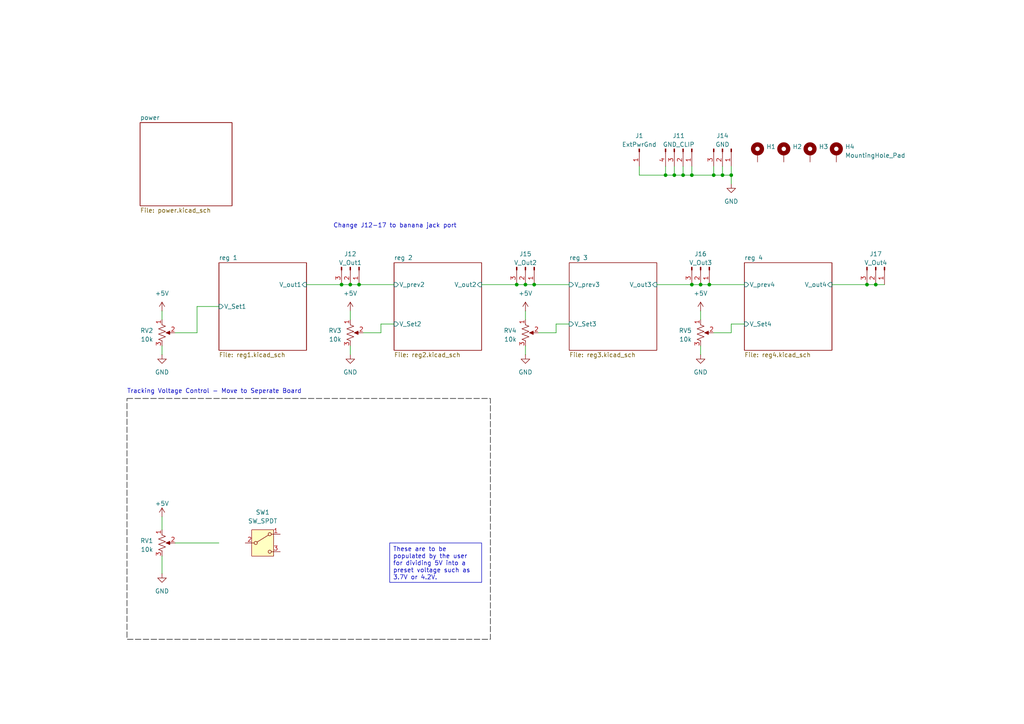
<source format=kicad_sch>
(kicad_sch (version 20231120) (generator "eeschema") (generator_version "8.0")
  (paper "A4")
  (title_block (company "Purdue ECET"))
  (lib_symbols
    (symbol "+5V_1" (power) (pin_numbers hide) (pin_names (offset 0) hide)
      (property "Value" "+5V" (at 0 3.556 0))
      (symbol "+5V_1_0_1"
        (polyline (pts (xy -0.762 1.27) (xy 0 2.54)))
        (polyline (pts (xy 0 0) (xy 0 2.54)))
        (polyline (pts (xy 0 2.54) (xy 0.762 1.27)))
      )
      (symbol "+5V_1_1_1"
        (pin power_in line (at 0 0 90) (length 0) (name "~") (number "1"))
      )
    )
    (symbol "Connector:Conn_01x01_Pin" (pin_names (offset 1.016) hide)
      (property "Reference" "J" (at 0 2.54 0))
      (property "Value" "Conn_01x01_Pin" (at 0 -2.54 0))
      (symbol "Conn_01x01_Pin_1_1"
        (polyline (pts (xy 1.27 0) (xy 0.8636 0)) (stroke (width 0.1524)))
        (rectangle (start 0.8636 0.127) (end 0 -0.127) (stroke (width 0.1524)) (fill (type outline)))
        (pin passive line (at 5.08 0 180) (length 3.81) (name "Pin_1") (number "1"))
      )
    )
    (symbol "Connector:Conn_01x03_Pin" (pin_names (offset 1.016) hide)
      (property "Reference" "J" (at 0 5.08 0))
      (property "Value" "Conn_01x03_Pin" (at 0 -5.08 0))
      (symbol "Conn_01x03_Pin_1_1"
        (polyline (pts (xy 1.27 -2.54) (xy 0.8636 -2.54)) (stroke (width 0.1524)))
        (polyline (pts (xy 1.27 0) (xy 0.8636 0)) (stroke (width 0.1524)))
        (polyline (pts (xy 1.27 2.54) (xy 0.8636 2.54)) (stroke (width 0.1524)))
        (rectangle (start 0.8636 -2.413) (end 0 -2.667) (stroke (width 0.1524)) (fill (type outline)))
        (rectangle (start 0.8636 0.127) (end 0 -0.127) (stroke (width 0.1524)) (fill (type outline)))
        (rectangle (start 0.8636 2.667) (end 0 2.413) (stroke (width 0.1524)) (fill (type outline)))
        (pin passive line (at 5.08 2.54 180) (length 3.81) (name "Pin_1") (number "1"))
        (pin passive line (at 5.08 0 180) (length 3.81) (name "Pin_2") (number "2"))
        (pin passive line (at 5.08 -2.54 180) (length 3.81) (name "Pin_3") (number "3"))
      )
    )
    (symbol "Connector:Conn_01x04_Pin" (pin_names (offset 1.016) hide)
      (property "Reference" "J" (at 0 5.08 0))
      (property "Value" "Conn_01x04_Pin" (at 0 -7.62 0))
      (symbol "Conn_01x04_Pin_1_1"
        (polyline (pts (xy 1.27 -5.08) (xy 0.8636 -5.08)) (stroke (width 0.1524)))
        (polyline (pts (xy 1.27 -2.54) (xy 0.8636 -2.54)) (stroke (width 0.1524)))
        (polyline (pts (xy 1.27 0) (xy 0.8636 0)) (stroke (width 0.1524)))
        (polyline (pts (xy 1.27 2.54) (xy 0.8636 2.54)) (stroke (width 0.1524)))
        (rectangle (start 0.8636 -4.953) (end 0 -5.207) (stroke (width 0.1524)) (fill (type outline)))
        (rectangle (start 0.8636 -2.413) (end 0 -2.667) (stroke (width 0.1524)) (fill (type outline)))
        (rectangle (start 0.8636 0.127) (end 0 -0.127) (stroke (width 0.1524)) (fill (type outline)))
        (rectangle (start 0.8636 2.667) (end 0 2.413) (stroke (width 0.1524)) (fill (type outline)))
        (pin passive line (at 5.08 2.54 180) (length 3.81) (name "Pin_1") (number "1"))
        (pin passive line (at 5.08 0 180) (length 3.81) (name "Pin_2") (number "2"))
        (pin passive line (at 5.08 -2.54 180) (length 3.81) (name "Pin_3") (number "3"))
        (pin passive line (at 5.08 -5.08 180) (length 3.81) (name "Pin_4") (number "4"))
      )
    )
    (symbol "Device:R_Potentiometer_US" (pin_names (offset 1.016) hide)
      (property "Reference" "RV" (at -4.445 0 90))
      (property "Value" "R_Potentiometer_US" (at -2.54 0 90))
      (symbol "R_Potentiometer_US_0_1"
        (polyline (pts (xy 0 -2.286) (xy 0 -2.54)))
        (polyline (pts (xy 0 2.54) (xy 0 2.286)))
        (polyline (pts (xy 2.54 0) (xy 1.524 0)))
        (polyline (pts (xy 1.143 0) (xy 2.286 0.508) (xy 2.286 -0.508) (xy 1.143 0)) (fill (type outline)))
        (polyline (pts (xy 0 -0.762) (xy 1.016 -1.143) (xy 0 -1.524) (xy -1.016 -1.905) (xy 0 -2.286)))
        (polyline (pts (xy 0 0.762) (xy 1.016 0.381) (xy 0 0) (xy -1.016 -0.381) (xy 0 -0.762)))
        (polyline (pts (xy 0 2.286) (xy 1.016 1.905) (xy 0 1.524) (xy -1.016 1.143) (xy 0 0.762)))
      )
      (symbol "R_Potentiometer_US_1_1"
        (pin passive line (at 0 3.81 270) (length 1.27) (name "1") (number "1"))
        (pin passive line (at 3.81 0 180) (length 1.27) (name "2") (number "2"))
        (pin passive line (at 0 -3.81 90) (length 1.27) (name "3") (number "3"))
      )
    )
    (symbol "GND_1" (power) (pin_numbers hide) (pin_names (offset 0) hide)
      (property "Value" "GND" (at 0 -3.81 0))
      (symbol "GND_1_0_1"
        (polyline (pts (xy 0 0) (xy 0 -1.27) (xy 1.27 -1.27) (xy 0 -2.54) (xy -1.27 -1.27) (xy 0 -1.27)))
      )
      (symbol "GND_1_1_1"
        (pin power_in line (at 0 0 270) (length 0) (name "~") (number "1"))
      )
    )
    (symbol "Mechanical:MountingHole_Pad" (pin_numbers hide) (pin_names (offset 1.016) hide)
      (property "Reference" "H" (at 0 6.35 0))
      (property "Value" "MountingHole_Pad" (at 0 4.445 0))
      (symbol "MountingHole_Pad_0_1"
        (circle (center 0 1.27) (radius 1.27) (stroke (width 1.27)))
      )
      (symbol "MountingHole_Pad_1_1"
        (pin input line (at 0 -2.54 90) (length 2.54) (name "1") (number "1"))
      )
    )
    (symbol "Switch:SW_SPDT" (pin_names (offset 0) hide)
      (property "Reference" "SW" (at 0 5.08 0))
      (property "Value" "SW_SPDT" (at 0 -5.08 0))
      (symbol "SW_SPDT_0_1"
        (circle (center -2.032 0) (radius 0.4572))
        (polyline (pts (xy -1.651 0.254) (xy 1.651 2.286)))
        (circle (center 2.032 -2.54) (radius 0.4572))
        (circle (center 2.032 2.54) (radius 0.4572))
      )
      (symbol "SW_SPDT_1_1"
        (rectangle (start -3.175 3.81) (end 3.175 -3.81) (fill (type background)))
        (pin passive line (at 5.08 2.54 180) (length 2.54) (name "A") (number "1"))
        (pin passive line (at -5.08 0 0) (length 2.54) (name "B") (number "2"))
        (pin passive line (at 5.08 -2.54 180) (length 2.54) (name "C") (number "3"))
      )
    )
    (symbol "power:+5V" (power) (pin_names (offset 0))
      (property "Value" "+5V" (at 0 3.556 0))
      (symbol "+5V_0_1"
        (polyline (pts (xy -0.762 1.27) (xy 0 2.54)))
        (polyline (pts (xy 0 0) (xy 0 2.54)))
        (polyline (pts (xy 0 2.54) (xy 0.762 1.27)))
      )
      (symbol "+5V_1_1"
        (pin power_in line (at 0 0 90) (length 0) hide (name "+5V") (number "1"))
      )
    )
    (symbol "power:GND" (power) (pin_names (offset 0))
      (property "Value" "GND" (at 0 -3.81 0))
      (symbol "GND_0_1"
        (polyline (pts (xy 0 0) (xy 0 -1.27) (xy 1.27 -1.27) (xy 0 -2.54) (xy -1.27 -1.27) (xy 0 -1.27)))
      )
      (symbol "GND_1_1"
        (pin power_in line (at 0 0 270) (length 0) hide (name "GND") (number "1"))
      )
    )
  )
  (junction (at 193.04 50.8))
  (junction (at 254 82.55))
  (junction (at 198.12 50.8))
  (junction (at 209.55 50.8))
  (junction (at 251.46 82.55))
  (junction (at 101.6 82.55))
  (junction (at 104.14 82.55))
  (junction (at 99.06 82.55))
  (junction (at 212.09 50.8))
  (junction (at 154.94 82.55))
  (junction (at 149.86 82.55))
  (junction (at 203.2 82.55))
  (junction (at 195.58 50.8))
  (junction (at 200.66 82.55))
  (junction (at 152.4 82.55))
  (junction (at 200.66 50.8))
  (junction (at 207.01 50.8))
  (junction (at 205.74 82.55))
  (wire (pts (xy 254 82.55) (xy 256.54 82.55)))
  (wire (pts (xy 190.5 82.55) (xy 200.66 82.55)))
  (wire (pts (xy 185.42 50.8) (xy 193.04 50.8)))
  (wire (pts (xy 139.7 82.55) (xy 149.86 82.55)))
  (wire (pts (xy 99.06 82.55) (xy 101.6 82.55)))
  (wire (pts (xy 156.21 96.52) (xy 161.29 96.52)))
  (wire (pts (xy 105.41 96.52) (xy 110.49 96.52)))
  (wire (pts (xy 203.2 100.33) (xy 203.2 102.87)))
  (wire (pts (xy 207.01 50.8) (xy 209.55 50.8)))
  (wire (pts (xy 46.99 100.33) (xy 46.99 102.87)))
  (wire (pts (xy 161.29 93.98) (xy 165.1 93.98)))
  (wire (pts (xy 203.2 82.55) (xy 205.74 82.55)))
  (wire (pts (xy 195.58 50.8) (xy 198.12 50.8)))
  (wire (pts (xy 200.66 48.26) (xy 200.66 50.8)))
  (wire (pts (xy 46.99 149.86) (xy 46.99 153.67)))
  (wire (pts (xy 152.4 100.33) (xy 152.4 102.87)))
  (wire (pts (xy 209.55 50.8) (xy 212.09 50.8)))
  (wire (pts (xy 57.15 88.9) (xy 63.5 88.9)))
  (wire (pts (xy 110.49 93.98) (xy 114.3 93.98)))
  (wire (pts (xy 212.09 93.98) (xy 215.9 93.98)))
  (wire (pts (xy 200.66 82.55) (xy 203.2 82.55)))
  (wire (pts (xy 203.2 90.17) (xy 203.2 92.71)))
  (wire (pts (xy 154.94 82.55) (xy 165.1 82.55)))
  (wire (pts (xy 101.6 100.33) (xy 101.6 102.87)))
  (wire (pts (xy 193.04 48.26) (xy 193.04 50.8)))
  (wire (pts (xy 46.99 90.17) (xy 46.99 92.71)))
  (wire (pts (xy 149.86 82.55) (xy 152.4 82.55)))
  (wire (pts (xy 207.01 48.26) (xy 207.01 50.8)))
  (wire (pts (xy 251.46 82.55) (xy 254 82.55)))
  (wire (pts (xy 209.55 48.26) (xy 209.55 50.8)))
  (wire (pts (xy 212.09 48.26) (xy 212.09 50.8)))
  (wire (pts (xy 207.01 96.52) (xy 212.09 96.52)))
  (wire (pts (xy 101.6 82.55) (xy 104.14 82.55)))
  (wire (pts (xy 198.12 50.8) (xy 200.66 50.8)))
  (wire (pts (xy 57.15 96.52) (xy 57.15 88.9)))
  (wire (pts (xy 104.14 82.55) (xy 114.3 82.55)))
  (wire (pts (xy 200.66 50.8) (xy 207.01 50.8)))
  (wire (pts (xy 195.58 48.26) (xy 195.58 50.8)))
  (wire (pts (xy 193.04 50.8) (xy 195.58 50.8)))
  (wire (pts (xy 212.09 96.52) (xy 212.09 93.98)))
  (wire (pts (xy 212.09 53.34) (xy 212.09 50.8)))
  (wire (pts (xy 50.8 96.52) (xy 57.15 96.52)))
  (wire (pts (xy 185.42 48.26) (xy 185.42 50.8)))
  (wire (pts (xy 205.74 82.55) (xy 215.9 82.55)))
  (wire (pts (xy 46.99 161.29) (xy 46.99 166.37)))
  (wire (pts (xy 50.8 157.48) (xy 63.5 157.48)))
  (wire (pts (xy 101.6 90.17) (xy 101.6 92.71)))
  (wire (pts (xy 152.4 90.17) (xy 152.4 92.71)))
  (wire (pts (xy 161.29 96.52) (xy 161.29 93.98)))
  (wire (pts (xy 241.3 82.55) (xy 251.46 82.55)))
  (wire (pts (xy 198.12 48.26) (xy 198.12 50.8)))
  (wire (pts (xy 152.4 82.55) (xy 154.94 82.55)))
  (wire (pts (xy 110.49 96.52) (xy 110.49 93.98)))
  (wire (pts (xy 88.9 82.55) (xy 99.06 82.55)))
  (rectangle (start 36.83 115.57) (end 142.24 185.42) (stroke (width 0) (type dash) (color 0 0 0 1)))
  (text_box "These are to be populated by the user for dividing 5V into a preset voltage such as 3.7V or 4.2V." (at 113.03 157.48 0) (size 26.67 11.43) (effects (font (size 1.27 1.27)) (justify left top)))
  (text "Change J12-17 to banana jack port" (at 114.554 65.532 0) (effects (font (size 1.27 1.27))))
  (text "Tracking Voltage Control - Move to Seperate Board" (at 36.83 114.3 0) (effects (font (size 1.27 1.27)) (justify left bottom)))
  (symbol (lib_name "GND_1") (lib_id "power:GND") (at 101.6 102.87 0) (unit 1)
    (property "Reference" "#PWR06" (effects (hide yes)))
    (property "Value" "GND" (at 101.6 107.95 0))
    (property "Description" "Power symbol creates a global label with name \"GND\" , ground" (effects (hide yes)))
  )
  (symbol (lib_id "power:GND") (at 212.09 53.34 0) (unit 1)
    (property "Reference" "#PWR038" (effects (hide yes)))
    (property "Value" "GND" (at 212.09 58.42 0))
  )
  (symbol (lib_id "Connector:Conn_01x03_Pin") (at 101.6 77.47 270) (unit 1)
    (property "Reference" "J12" (at 101.6 73.66 90))
    (property "Value" "V_Out1" (at 101.6 76.2 90))
    (property "Footprint" "Connector_PinHeader_2.54mm:PinHeader_1x03_P2.54mm_Vertical" (effects (hide yes)))
  )
  (symbol (lib_name "GND_1") (lib_id "power:GND") (at 203.2 102.87 0) (unit 1)
    (property "Reference" "#PWR014" (effects (hide yes)))
    (property "Value" "GND" (at 203.2 107.95 0))
    (property "Description" "Power symbol creates a global label with name \"GND\" , ground" (effects (hide yes)))
  )
  (symbol (lib_id "Device:R_Potentiometer_US") (at 46.99 157.48 0) (unit 1)
    (property "Reference" "RV1" (at 44.45 156.845 0) (effects (justify right)))
    (property "Value" "10k" (at 44.45 159.385 0) (effects (justify right)))
    (property "Footprint" "Potentiometer_THT:Potentiometer_Bourns_3386C_Horizontal" (effects (hide yes)))
  )
  (symbol (lib_id "Mechanical:MountingHole_Pad") (at 219.71 44.45 0) (unit 1)
    (property "Reference" "H1" (at 222.25 42.545 0) (effects (justify left)))
    (property "Value" "MountingHole_Pad" (effects (hide yes)))
    (property "Footprint" "MountingHole:MountingHole_4.3mm_M4_Pad" (effects (hide yes)))
  )
  (symbol (lib_id "Switch:SW_SPDT") (at 76.2 157.48 0) (unit 1)
    (property "Reference" "SW1" (at 76.2 148.59 0))
    (property "Value" "SW_SPDT" (at 76.2 151.13 0))
    (property "Description" "Switch, single pole double throw" (effects (hide yes)))
  )
  (symbol (lib_id "Connector:Conn_01x03_Pin") (at 152.4 77.47 270) (unit 1)
    (property "Reference" "J15" (at 152.4 73.66 90))
    (property "Value" "V_Out2" (at 152.4 76.2 90))
    (property "Footprint" "Connector_PinHeader_2.54mm:PinHeader_1x03_P2.54mm_Vertical" (effects (hide yes)))
  )
  (symbol (lib_id "Mechanical:MountingHole_Pad") (at 242.57 44.45 0) (unit 1)
    (property "Reference" "H4" (at 245.11 42.545 0) (effects (justify left)))
    (property "Value" "MountingHole_Pad" (at 245.11 45.085 0) (effects (justify left)))
    (property "Footprint" "MountingHole:MountingHole_4.3mm_M4_Pad" (effects (hide yes)))
  )
  (symbol (lib_id "Device:R_Potentiometer_US") (at 101.6 96.52 0) (unit 1)
    (property "Reference" "RV3" (at 99.06 95.885 0) (effects (justify right)))
    (property "Value" "10k" (at 99.06 98.425 0) (effects (justify right)))
    (property "Footprint" "Potentiometer_THT:Potentiometer_Bourns_3386C_Horizontal" (effects (hide yes)))
  )
  (symbol (lib_id "Connector:Conn_01x01_Pin") (at 185.42 43.18 270) (unit 1)
    (property "Reference" "J1" (at 185.42 39.37 90))
    (property "Value" "ExtPwrGnd" (at 185.42 41.91 90))
    (property "Footprint" "Connector_PinHeader_2.54mm:PinHeader_1x01_P2.54mm_Vertical" (effects (hide yes)))
  )
  (symbol (lib_id "Device:R_Potentiometer_US") (at 203.2 96.52 0) (unit 1)
    (property "Reference" "RV5" (at 200.66 95.885 0) (effects (justify right)))
    (property "Value" "10k" (at 200.66 98.425 0) (effects (justify right)))
    (property "Footprint" "Potentiometer_THT:Potentiometer_Bourns_3386C_Horizontal" (effects (hide yes)))
  )
  (symbol (lib_id "Connector:Conn_01x03_Pin") (at 254 77.47 270) (unit 1)
    (property "Reference" "J17" (at 254 73.66 90))
    (property "Value" "V_Out4" (at 254 76.2 90))
    (property "Footprint" "Connector_PinHeader_2.54mm:PinHeader_1x03_P2.54mm_Vertical" (effects (hide yes)))
  )
  (symbol (lib_id "Connector:Conn_01x04_Pin") (at 198.12 43.18 270) (unit 1)
    (property "Reference" "J11" (at 196.85 39.37 90))
    (property "Value" "GND_CLIP" (at 196.85 41.91 90))
    (property "Footprint" "Connector_PinHeader_2.54mm:PinHeader_1x04_P2.54mm_Vertical" (effects (hide yes)))
  )
  (symbol (lib_id "Device:R_Potentiometer_US") (at 152.4 96.52 0) (unit 1)
    (property "Reference" "RV4" (at 149.86 95.885 0) (effects (justify right)))
    (property "Value" "10k" (at 149.86 98.425 0) (effects (justify right)))
    (property "Footprint" "Potentiometer_THT:Potentiometer_Bourns_3386C_Horizontal" (effects (hide yes)))
  )
  (symbol (lib_name "+5V_1") (lib_id "power:+5V") (at 101.6 90.17 0) (unit 1)
    (property "Reference" "#PWR04" (effects (hide yes)))
    (property "Value" "+5V" (at 101.6 85.09 0))
    (property "Description" "Power symbol creates a global label with name \"+5V\"" (effects (hide yes)))
  )
  (symbol (lib_id "Connector:Conn_01x03_Pin") (at 203.2 77.47 270) (unit 1)
    (property "Reference" "J16" (at 203.2 73.66 90))
    (property "Value" "V_Out3" (at 203.2 76.2 90))
    (property "Footprint" "Connector_PinHeader_2.54mm:PinHeader_1x03_P2.54mm_Vertical" (effects (hide yes)))
  )
  (symbol (lib_id "Device:R_Potentiometer_US") (at 46.99 96.52 0) (unit 1)
    (property "Reference" "RV2" (at 44.45 95.885 0) (effects (justify right)))
    (property "Value" "10k" (at 44.45 98.425 0) (effects (justify right)))
    (property "Footprint" "Potentiometer_THT:Potentiometer_Bourns_3386C_Horizontal" (effects (hide yes)))
  )
  (symbol (lib_id "power:GND") (at 46.99 166.37 0) (unit 1)
    (property "Reference" "#PWR037" (effects (hide yes)))
    (property "Value" "GND" (at 46.99 171.45 0))
  )
  (symbol (lib_id "Mechanical:MountingHole_Pad") (at 227.33 44.45 0) (unit 1)
    (property "Reference" "H2" (at 229.87 42.545 0) (effects (justify left)))
    (property "Value" "MountingHole_Pad" (effects (hide yes)))
    (property "Footprint" "MountingHole:MountingHole_4.3mm_M4_Pad" (effects (hide yes)))
  )
  (symbol (lib_name "+5V_1") (lib_id "power:+5V") (at 203.2 90.17 0) (unit 1)
    (property "Reference" "#PWR013" (effects (hide yes)))
    (property "Value" "+5V" (at 203.2 85.09 0))
    (property "Description" "Power symbol creates a global label with name \"+5V\"" (effects (hide yes)))
  )
  (symbol (lib_id "power:+5V") (at 46.99 149.86 0) (unit 1)
    (property "Reference" "#PWR036" (effects (hide yes)))
    (property "Value" "+5V" (at 46.99 146.05 0))
  )
  (symbol (lib_name "GND_1") (lib_id "power:GND") (at 152.4 102.87 0) (unit 1)
    (property "Reference" "#PWR012" (effects (hide yes)))
    (property "Value" "GND" (at 152.4 107.95 0))
    (property "Description" "Power symbol creates a global label with name \"GND\" , ground" (effects (hide yes)))
  )
  (symbol (lib_id "Connector:Conn_01x03_Pin") (at 209.55 43.18 270) (unit 1)
    (property "Reference" "J14" (at 209.55 39.37 90))
    (property "Value" "GND" (at 209.55 41.91 90))
    (property "Footprint" "Connector_PinHeader_2.54mm:PinHeader_1x03_P2.54mm_Vertical" (effects (hide yes)))
  )
  (symbol (lib_id "Mechanical:MountingHole_Pad") (at 234.95 44.45 0) (unit 1)
    (property "Reference" "H3" (at 237.49 42.545 0) (effects (justify left)))
    (property "Value" "MountingHole_Pad" (effects (hide yes)))
    (property "Footprint" "MountingHole:MountingHole_4.3mm_M4_Pad" (effects (hide yes)))
  )
  (symbol (lib_name "+5V_1") (lib_id "power:+5V") (at 152.4 90.17 0) (unit 1)
    (property "Reference" "#PWR07" (effects (hide yes)))
    (property "Value" "+5V" (at 152.4 85.09 0))
    (property "Description" "Power symbol creates a global label with name \"+5V\"" (effects (hide yes)))
  )
  (symbol (lib_name "GND_1") (lib_id "power:GND") (at 46.99 102.87 0) (unit 1)
    (property "Reference" "#PWR08" (effects (hide yes)))
    (property "Value" "GND" (at 46.99 107.95 0))
    (property "Description" "Power symbol creates a global label with name \"GND\" , ground" (effects (hide yes)))
  )
  (symbol (lib_name "+5V_1") (lib_id "power:+5V") (at 46.99 90.17 0) (unit 1)
    (property "Reference" "#PWR03" (effects (hide yes)))
    (property "Value" "+5V" (at 46.99 85.09 0))
    (property "Description" "Power symbol creates a global label with name \"+5V\"" (effects (hide yes)))
  )
  (sheet (at 215.9 76.2) (size 25.4 25.4) (stroke (width 0.1524))
    (property "Sheetname" "reg 4" (at 215.9 75.4884 0) (effects (justify left bottom)))
    (property "Sheetfile" "reg4.kicad_sch" (at 215.9 102.1846 0) (effects (justify left top)))
    (pin "V_out4" input (at 241.3 82.55 0))
    (pin "V_prev4" input (at 215.9 82.55 180))
    (pin "V_Set4" input (at 215.9 93.98 180))
  )
  (sheet (at 165.1 76.2) (size 25.4 25.4) (stroke (width 0.1524))
    (property "Sheetname" "reg 3" (at 165.1 75.4884 0) (effects (justify left bottom)))
    (property "Sheetfile" "reg3.kicad_sch" (at 165.1 102.1846 0) (effects (justify left top)))
    (pin "V_Set3" input (at 165.1 93.98 180))
    (pin "V_prev3" input (at 165.1 82.55 180))
    (pin "V_out3" input (at 190.5 82.55 0))
  )
  (sheet (at 40.64 35.56) (size 26.67 24.13) (stroke (width 0.1524))
    (property "Sheetname" "power" (at 40.64 34.8484 0) (effects (justify left bottom)))
    (property "Sheetfile" "power.kicad_sch" (at 40.64 60.2746 0) (effects (justify left top)))
  )
  (sheet (at 114.3 76.2) (size 25.4 25.4) (stroke (width 0.1524))
    (property "Sheetname" "reg 2" (at 114.3 75.4884 0) (effects (justify left bottom)))
    (property "Sheetfile" "reg2.kicad_sch" (at 114.3 102.1846 0) (effects (justify left top)))
    (pin "V_prev2" input (at 114.3 82.55 180))
    (pin "V_Set2" input (at 114.3 93.98 180))
    (pin "V_out2" input (at 139.7 82.55 0))
  )
  (sheet (at 63.5 76.2) (size 25.4 25.4) (stroke (width 0.1524))
    (property "Sheetname" "reg 1" (at 63.5 75.4884 0) (effects (justify left bottom)))
    (property "Sheetfile" "reg1.kicad_sch" (at 63.5 102.1846 0) (effects (justify left top)))
    (pin "V_Set1" input (at 63.5 88.9 180))
    (pin "V_out1" input (at 88.9 82.55 0))
  )
)
</source>
